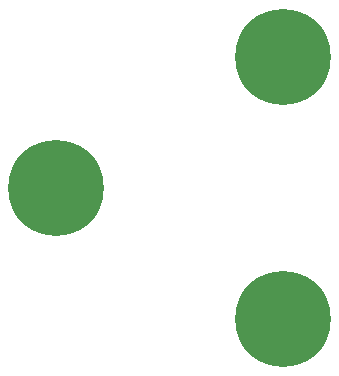
<source format=gbr>
G04 Layer_Color=8421504*
%FSLAX25Y25*%
%MOIN*%
%TF.FileFunction,Paste,Top*%
%TF.Part,Single*%
G01*
G75*
%TA.AperFunction,ConnectorPad*%
%ADD10C,0.31890*%
D10*
X418947Y437428D02*
D03*
X343209Y393701D02*
D03*
X418947Y349973D02*
D03*
%TF.MD5,DC70035954DDAB7BA1F445E67A3479BC*%
M02*

</source>
